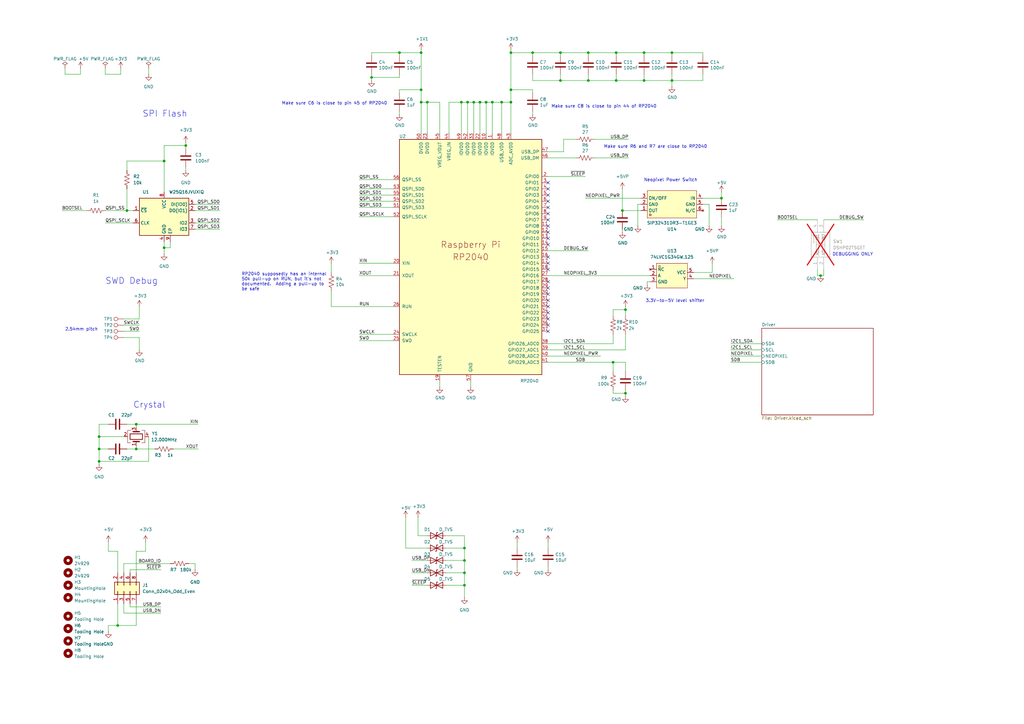
<source format=kicad_sch>
(kicad_sch (version 20231120) (generator "eeschema") (generator_version "8.0")
  (paper "A3")
  (title_block (title "Seven Segment Display Input Module") (date "2024-07-13") (company "C. Scott Ananian") (comment 1 "This work is licensed under a Creative Commons Attribution 4.0 International License") (comment 2 "https://github.com/cscott/SevenSegmentInputModule") (comment 3 "https://cscott.net"))
  (junction (at 218.44 21.59))
  (junction (at 209.55 36.83))
  (junction (at 256.54 161.29))
  (junction (at 172.72 21.59))
  (junction (at 190.5 240.03))
  (junction (at 52.07 86.36))
  (junction (at 67.31 101.6))
  (junction (at 175.26 41.91))
  (junction (at 67.31 66.04))
  (junction (at 40.64 184.15))
  (junction (at 252.73 21.59))
  (junction (at 295.91 81.28))
  (junction (at 189.23 41.91))
  (junction (at 172.72 36.83))
  (junction (at 40.64 179.07))
  (junction (at 264.16 21.59))
  (junction (at 55.88 184.15))
  (junction (at 205.74 41.91))
  (junction (at 336.55 113.03))
  (junction (at 264.16 33.02))
  (junction (at 191.77 41.91))
  (junction (at 256.54 127))
  (junction (at 275.59 33.02))
  (junction (at 196.85 41.91))
  (junction (at 255.27 86.36))
  (junction (at 40.64 189.23))
  (junction (at 229.87 33.02))
  (junction (at 190.5 229.87))
  (junction (at 190.5 234.95))
  (junction (at 209.55 41.91))
  (junction (at 241.3 33.02))
  (junction (at 252.73 33.02))
  (junction (at 55.88 173.99))
  (junction (at 199.39 41.91))
  (junction (at 275.59 21.59))
  (junction (at 190.5 224.79))
  (junction (at 172.72 41.91))
  (junction (at 201.93 41.91))
  (junction (at 163.83 21.59))
  (junction (at 209.55 21.59))
  (junction (at 48.26 256.54))
  (junction (at 229.87 21.59))
  (junction (at 194.31 41.91))
  (junction (at 152.4 31.75))
  (junction (at 241.3 21.59))
  (junction (at 251.46 148.59))
  (junction (at 76.2 59.69))
  (no_connect (at 224.79 110.49))
  (no_connect (at 224.79 135.89))
  (no_connect (at 224.79 120.65))
  (no_connect (at 224.79 90.17))
  (no_connect (at 224.79 97.79))
  (no_connect (at 224.79 82.55))
  (no_connect (at 224.79 128.27))
  (no_connect (at 224.79 100.33))
  (no_connect (at 224.79 118.11))
  (no_connect (at 224.79 107.95))
  (no_connect (at 224.79 74.93))
  (no_connect (at 224.79 133.35))
  (no_connect (at 224.79 85.09))
  (no_connect (at 224.79 123.19))
  (no_connect (at 224.79 77.47))
  (no_connect (at 224.79 115.57))
  (no_connect (at 224.79 105.41))
  (no_connect (at 224.79 130.81))
  (no_connect (at 224.79 95.25))
  (no_connect (at 224.79 92.71))
  (no_connect (at 224.79 80.01))
  (no_connect (at 224.79 125.73))
  (no_connect (at 224.79 87.63))
  (wire (pts (xy 295.91 78.74) (xy 295.91 81.28)))
  (wire (pts (xy 275.59 30.48) (xy 275.59 33.02)))
  (wire (pts (xy 55.88 256.54) (xy 48.26 256.54)))
  (wire (pts (xy 163.83 38.1) (xy 163.83 36.83)))
  (wire (pts (xy 44.45 173.99) (xy 40.64 173.99)))
  (wire (pts (xy 182.88 234.95) (xy 190.5 234.95)))
  (wire (pts (xy 80.01 231.14) (xy 80.01 233.68)))
  (wire (pts (xy 168.91 240.03) (xy 175.26 240.03)))
  (wire (pts (xy 229.87 33.02) (xy 218.44 33.02)))
  (wire (pts (xy 80.01 93.98) (xy 90.17 93.98)))
  (wire (pts (xy 80.01 86.36) (xy 90.17 86.36)))
  (wire (pts (xy 40.64 173.99) (xy 40.64 179.07)))
  (wire (pts (xy 251.46 129.54) (xy 251.46 127)))
  (wire (pts (xy 224.79 102.87) (xy 241.3 102.87)))
  (wire (pts (xy 288.29 30.48) (xy 288.29 33.02)))
  (wire (pts (xy 147.32 107.95) (xy 161.29 107.95)))
  (wire (pts (xy 33.02 30.48) (xy 26.67 30.48)))
  (wire (pts (xy 241.3 21.59) (xy 252.73 21.59)))
  (wire (pts (xy 57.15 138.43) (xy 57.15 143.51)))
  (wire (pts (xy 224.79 62.23) (xy 231.14 62.23)))
  (wire (pts (xy 33.02 27.94) (xy 33.02 30.48)))
  (wire (pts (xy 163.83 31.75) (xy 163.83 30.48)))
  (wire (pts (xy 172.72 36.83) (xy 172.72 41.91)))
  (wire (pts (xy 163.83 21.59) (xy 172.72 21.59)))
  (wire (pts (xy 295.91 81.28) (xy 288.29 81.28)))
  (wire (pts (xy 255.27 93.98) (xy 255.27 95.25)))
  (wire (pts (xy 224.79 143.51) (xy 256.54 143.51)))
  (wire (pts (xy 224.79 72.39) (xy 240.03 72.39)))
  (wire (pts (xy 60.96 27.94) (xy 60.96 30.48)))
  (wire (pts (xy 193.04 156.21) (xy 193.04 158.75)))
  (wire (pts (xy 229.87 21.59) (xy 241.3 21.59)))
  (wire (pts (xy 168.91 234.95) (xy 175.26 234.95)))
  (wire (pts (xy 53.34 233.68) (xy 66.04 233.68)))
  (wire (pts (xy 147.32 82.55) (xy 161.29 82.55)))
  (wire (pts (xy 209.55 41.91) (xy 209.55 54.61)))
  (wire (pts (xy 264.16 33.02) (xy 252.73 33.02)))
  (wire (pts (xy 80.01 91.44) (xy 90.17 91.44)))
  (wire (pts (xy 60.96 189.23) (xy 40.64 189.23)))
  (wire (pts (xy 190.5 234.95) (xy 190.5 240.03)))
  (wire (pts (xy 147.32 85.09) (xy 161.29 85.09)))
  (wire (pts (xy 256.54 161.29) (xy 256.54 160.02)))
  (wire (pts (xy 163.83 45.72) (xy 163.83 46.99)))
  (wire (pts (xy 44.45 256.54) (xy 44.45 259.08)))
  (wire (pts (xy 265.43 115.57) (xy 266.7 115.57)))
  (wire (pts (xy 57.15 135.89) (xy 50.8 135.89)))
  (wire (pts (xy 152.4 31.75) (xy 163.83 31.75)))
  (wire (pts (xy 50.8 138.43) (xy 57.15 138.43)))
  (wire (pts (xy 275.59 33.02) (xy 275.59 35.56)))
  (wire (pts (xy 43.18 86.36) (xy 52.07 86.36)))
  (wire (pts (xy 172.72 20.32) (xy 172.72 21.59)))
  (wire (pts (xy 50.8 130.81) (xy 57.15 130.81)))
  (wire (pts (xy 53.34 234.95) (xy 53.34 233.68)))
  (wire (pts (xy 190.5 240.03) (xy 190.5 245.11)))
  (wire (pts (xy 180.34 54.61) (xy 180.34 41.91)))
  (wire (pts (xy 256.54 148.59) (xy 256.54 152.4)))
  (wire (pts (xy 152.4 22.86) (xy 152.4 21.59)))
  (wire (pts (xy 218.44 30.48) (xy 218.44 33.02)))
  (wire (pts (xy 224.79 113.03) (xy 266.7 113.03)))
  (wire (pts (xy 71.12 184.15) (xy 81.28 184.15)))
  (wire (pts (xy 172.72 21.59) (xy 172.72 36.83)))
  (wire (pts (xy 76.2 59.69) (xy 67.31 59.69)))
  (wire (pts (xy 194.31 41.91) (xy 196.85 41.91)))
  (wire (pts (xy 161.29 73.66) (xy 147.32 73.66)))
  (wire (pts (xy 55.88 184.15) (xy 55.88 182.88)))
  (wire (pts (xy 318.77 90.17) (xy 335.28 90.17)))
  (wire (pts (xy 231.14 57.15) (xy 236.22 57.15)))
  (wire (pts (xy 67.31 66.04) (xy 67.31 78.74)))
  (wire (pts (xy 48.26 256.54) (xy 44.45 256.54)))
  (wire (pts (xy 190.5 229.87) (xy 190.5 234.95)))
  (wire (pts (xy 218.44 21.59) (xy 229.87 21.59)))
  (wire (pts (xy 212.09 232.41) (xy 212.09 233.68)))
  (wire (pts (xy 261.62 83.82) (xy 261.62 92.71)))
  (wire (pts (xy 182.88 229.87) (xy 190.5 229.87)))
  (wire (pts (xy 25.4 86.36) (xy 35.56 86.36)))
  (wire (pts (xy 172.72 41.91) (xy 172.72 54.61)))
  (wire (pts (xy 48.26 226.06) (xy 44.45 226.06)))
  (wire (pts (xy 252.73 30.48) (xy 252.73 33.02)))
  (wire (pts (xy 57.15 125.73) (xy 57.15 130.81)))
  (wire (pts (xy 43.18 91.44) (xy 54.61 91.44)))
  (wire (pts (xy 182.88 240.03) (xy 190.5 240.03)))
  (wire (pts (xy 209.55 21.59) (xy 218.44 21.59)))
  (wire (pts (xy 299.72 140.97) (xy 312.42 140.97)))
  (wire (pts (xy 243.84 57.15) (xy 257.81 57.15)))
  (wire (pts (xy 40.64 189.23) (xy 40.64 190.5)))
  (wire (pts (xy 299.72 143.51) (xy 312.42 143.51)))
  (wire (pts (xy 147.32 77.47) (xy 161.29 77.47)))
  (wire (pts (xy 224.79 222.25) (xy 224.79 224.79)))
  (wire (pts (xy 55.88 226.06) (xy 59.69 226.06)))
  (wire (pts (xy 337.82 110.49) (xy 337.82 113.03)))
  (wire (pts (xy 161.29 113.03) (xy 147.32 113.03)))
  (wire (pts (xy 48.26 247.65) (xy 48.26 256.54)))
  (wire (pts (xy 161.29 88.9) (xy 147.32 88.9)))
  (wire (pts (xy 205.74 41.91) (xy 209.55 41.91)))
  (wire (pts (xy 135.89 107.95) (xy 135.89 111.76)))
  (wire (pts (xy 255.27 86.36) (xy 262.89 86.36)))
  (wire (pts (xy 255.27 77.47) (xy 255.27 86.36)))
  (wire (pts (xy 171.45 212.09) (xy 171.45 219.71)))
  (wire (pts (xy 251.46 148.59) (xy 251.46 152.4)))
  (wire (pts (xy 252.73 21.59) (xy 264.16 21.59)))
  (wire (pts (xy 166.37 224.79) (xy 175.26 224.79)))
  (wire (pts (xy 147.32 80.01) (xy 161.29 80.01)))
  (wire (pts (xy 196.85 41.91) (xy 199.39 41.91)))
  (wire (pts (xy 196.85 54.61) (xy 196.85 41.91)))
  (wire (pts (xy 52.07 66.04) (xy 67.31 66.04)))
  (wire (pts (xy 209.55 21.59) (xy 209.55 36.83)))
  (wire (pts (xy 26.67 30.48) (xy 26.67 27.94)))
  (wire (pts (xy 50.8 247.65) (xy 50.8 251.46)))
  (wire (pts (xy 275.59 21.59) (xy 288.29 21.59)))
  (wire (pts (xy 243.84 64.77) (xy 257.81 64.77)))
  (wire (pts (xy 264.16 30.48) (xy 264.16 33.02)))
  (wire (pts (xy 201.93 41.91) (xy 205.74 41.91)))
  (wire (pts (xy 194.31 54.61) (xy 194.31 41.91)))
  (wire (pts (xy 251.46 148.59) (xy 256.54 148.59)))
  (wire (pts (xy 218.44 22.86) (xy 218.44 21.59)))
  (wire (pts (xy 256.54 127) (xy 256.54 129.54)))
  (wire (pts (xy 335.28 113.03) (xy 336.55 113.03)))
  (wire (pts (xy 55.88 173.99) (xy 55.88 175.26)))
  (wire (pts (xy 163.83 36.83) (xy 172.72 36.83)))
  (wire (pts (xy 299.72 146.05) (xy 312.42 146.05)))
  (wire (pts (xy 50.8 231.14) (xy 69.85 231.14)))
  (wire (pts (xy 67.31 59.69) (xy 67.31 66.04)))
  (wire (pts (xy 53.34 248.92) (xy 66.04 248.92)))
  (wire (pts (xy 205.74 54.61) (xy 205.74 41.91)))
  (wire (pts (xy 284.48 114.3) (xy 300.99 114.3)))
  (wire (pts (xy 229.87 30.48) (xy 229.87 33.02)))
  (wire (pts (xy 163.83 22.86) (xy 163.83 21.59)))
  (wire (pts (xy 275.59 22.86) (xy 275.59 21.59)))
  (wire (pts (xy 265.43 116.84) (xy 265.43 115.57)))
  (wire (pts (xy 60.96 179.07) (xy 60.96 189.23)))
  (wire (pts (xy 288.29 21.59) (xy 288.29 22.86)))
  (wire (pts (xy 184.15 41.91) (xy 189.23 41.91)))
  (wire (pts (xy 180.34 156.21) (xy 180.34 158.75)))
  (wire (pts (xy 175.26 219.71) (xy 171.45 219.71)))
  (wire (pts (xy 241.3 30.48) (xy 241.3 33.02)))
  (wire (pts (xy 199.39 54.61) (xy 199.39 41.91)))
  (wire (pts (xy 182.88 224.79) (xy 190.5 224.79)))
  (wire (pts (xy 256.54 127) (xy 256.54 125.73)))
  (wire (pts (xy 191.77 54.61) (xy 191.77 41.91)))
  (wire (pts (xy 50.8 234.95) (xy 50.8 231.14)))
  (wire (pts (xy 166.37 224.79) (xy 166.37 212.09)))
  (wire (pts (xy 224.79 64.77) (xy 236.22 64.77)))
  (wire (pts (xy 275.59 33.02) (xy 264.16 33.02)))
  (wire (pts (xy 77.47 231.14) (xy 80.01 231.14)))
  (wire (pts (xy 264.16 22.86) (xy 264.16 21.59)))
  (wire (pts (xy 264.16 21.59) (xy 275.59 21.59)))
  (wire (pts (xy 224.79 148.59) (xy 251.46 148.59)))
  (wire (pts (xy 337.82 113.03) (xy 336.55 113.03)))
  (wire (pts (xy 135.89 125.73) (xy 161.29 125.73)))
  (wire (pts (xy 251.46 160.02) (xy 251.46 161.29)))
  (wire (pts (xy 224.79 232.41) (xy 224.79 233.68)))
  (wire (pts (xy 69.85 101.6) (xy 67.31 101.6)))
  (wire (pts (xy 252.73 22.86) (xy 252.73 21.59)))
  (wire (pts (xy 67.31 104.14) (xy 67.31 101.6)))
  (wire (pts (xy 335.28 110.49) (xy 335.28 113.03)))
  (wire (pts (xy 240.03 81.28) (xy 262.89 81.28)))
  (wire (pts (xy 40.64 179.07) (xy 50.8 179.07)))
  (wire (pts (xy 209.55 36.83) (xy 209.55 41.91)))
  (wire (pts (xy 40.64 184.15) (xy 44.45 184.15)))
  (wire (pts (xy 252.73 33.02) (xy 241.3 33.02)))
  (wire (pts (xy 52.07 77.47) (xy 52.07 86.36)))
  (wire (pts (xy 152.4 31.75) (xy 152.4 33.02)))
  (wire (pts (xy 59.69 222.25) (xy 59.69 226.06)))
  (wire (pts (xy 43.18 30.48) (xy 43.18 27.94)))
  (wire (pts (xy 261.62 83.82) (xy 262.89 83.82)))
  (wire (pts (xy 76.2 68.58) (xy 76.2 69.85)))
  (wire (pts (xy 218.44 45.72) (xy 218.44 46.99)))
  (wire (pts (xy 49.53 30.48) (xy 43.18 30.48)))
  (wire (pts (xy 224.79 140.97) (xy 251.46 140.97)))
  (wire (pts (xy 190.5 224.79) (xy 190.5 229.87)))
  (wire (pts (xy 168.91 229.87) (xy 175.26 229.87)))
  (wire (pts (xy 241.3 33.02) (xy 229.87 33.02)))
  (wire (pts (xy 53.34 247.65) (xy 53.34 248.92)))
  (wire (pts (xy 201.93 41.91) (xy 201.93 54.61)))
  (wire (pts (xy 161.29 137.16) (xy 147.32 137.16)))
  (wire (pts (xy 80.01 83.82) (xy 90.17 83.82)))
  (wire (pts (xy 209.55 36.83) (xy 218.44 36.83)))
  (wire (pts (xy 190.5 219.71) (xy 190.5 224.79)))
  (wire (pts (xy 180.34 41.91) (xy 175.26 41.91)))
  (wire (pts (xy 182.88 219.71) (xy 190.5 219.71)))
  (wire (pts (xy 135.89 119.38) (xy 135.89 125.73)))
  (wire (pts (xy 55.88 173.99) (xy 81.28 173.99)))
  (wire (pts (xy 292.1 107.95) (xy 292.1 111.76)))
  (wire (pts (xy 189.23 41.91) (xy 191.77 41.91)))
  (wire (pts (xy 40.64 184.15) (xy 40.64 189.23)))
  (wire (pts (xy 251.46 137.16) (xy 251.46 140.97)))
  (wire (pts (xy 55.88 226.06) (xy 55.88 234.95)))
  (wire (pts (xy 295.91 88.9) (xy 295.91 92.71)))
  (wire (pts (xy 52.07 184.15) (xy 55.88 184.15)))
  (wire (pts (xy 284.48 111.76) (xy 292.1 111.76)))
  (wire (pts (xy 231.14 57.15) (xy 231.14 62.23)))
  (wire (pts (xy 288.29 83.82) (xy 290.83 83.82)))
  (wire (pts (xy 175.26 54.61) (xy 175.26 41.91)))
  (wire (pts (xy 256.54 161.29) (xy 256.54 162.56)))
  (wire (pts (xy 251.46 161.29) (xy 256.54 161.29)))
  (wire (pts (xy 251.46 127) (xy 256.54 127)))
  (wire (pts (xy 288.29 33.02) (xy 275.59 33.02)))
  (wire (pts (xy 212.09 222.25) (xy 212.09 224.79)))
  (wire (pts (xy 209.55 20.32) (xy 209.55 21.59)))
  (wire (pts (xy 55.88 184.15) (xy 63.5 184.15)))
  (wire (pts (xy 241.3 22.86) (xy 241.3 21.59)))
  (wire (pts (xy 175.26 41.91) (xy 172.72 41.91)))
  (wire (pts (xy 50.8 133.35) (xy 57.15 133.35)))
  (wire (pts (xy 191.77 41.91) (xy 194.31 41.91)))
  (wire (pts (xy 52.07 69.85) (xy 52.07 66.04)))
  (wire (pts (xy 224.79 146.05) (xy 246.38 146.05)))
  (wire (pts (xy 40.64 179.07) (xy 40.64 184.15)))
  (wire (pts (xy 161.29 139.7) (xy 147.32 139.7)))
  (wire (pts (xy 189.23 54.61) (xy 189.23 41.91)))
  (wire (pts (xy 290.83 83.82) (xy 290.83 92.71)))
  (wire (pts (xy 229.87 22.86) (xy 229.87 21.59)))
  (wire (pts (xy 55.88 247.65) (xy 55.88 256.54)))
  (wire (pts (xy 152.4 30.48) (xy 152.4 31.75)))
  (wire (pts (xy 49.53 27.94) (xy 49.53 30.48)))
  (wire (pts (xy 50.8 251.46) (xy 66.04 251.46)))
  (wire (pts (xy 48.26 234.95) (xy 48.26 226.06)))
  (wire (pts (xy 67.31 101.6) (xy 67.31 99.06)))
  (wire (pts (xy 52.07 86.36) (xy 54.61 86.36)))
  (wire (pts (xy 199.39 41.91) (xy 201.93 41.91)))
  (wire (pts (xy 76.2 58.42) (xy 76.2 59.69)))
  (wire (pts (xy 152.4 21.59) (xy 163.83 21.59)))
  (wire (pts (xy 52.07 173.99) (xy 55.88 173.99)))
  (wire (pts (xy 299.72 148.59) (xy 312.42 148.59)))
  (wire (pts (xy 337.82 90.17) (xy 354.33 90.17)))
  (wire (pts (xy 44.45 222.25) (xy 44.45 226.06)))
  (wire (pts (xy 76.2 59.69) (xy 76.2 60.96)))
  (wire (pts (xy 69.85 99.06) (xy 69.85 101.6)))
  (wire (pts (xy 256.54 137.16) (xy 256.54 143.51)))
  (wire (pts (xy 184.15 54.61) (xy 184.15 41.91)))
  (wire (pts (xy 218.44 38.1) (xy 218.44 36.83)))
  (text "Make sure C8 is close to pin 44 of RP2040" (at 226.06 44.45 0) (effects (font (size 1.27 1.27)) (justify left bottom)))
  (text "Crystal" (at 54.61 167.64 0) (effects (font (size 2.54 2.54)) (justify left bottom)))
  (text "2.54mm pitch" (at 26.67 135.89 0) (effects (font (size 1.27 1.27)) (justify left bottom)))
  (text "3.3V-to-5V level shifter" (at 276.86 123.444 0) (effects (font (size 1.27 1.27))))
  (text "SPI Flash" (at 58.42 48.26 0) (effects (font (size 2.54 2.54)) (justify left bottom)))
  (text "Neopixel Power Switch" (at 275.082 73.914 0) (effects (font (size 1.27 1.27))))
  (text "RP2040 supposedly has an internal \n50k pull-up on RUN, but it's not\ndocumented.  Adding a pull-up to\nbe safe" (at 99.06 119.38 0) (effects (font (size 1.27 1.27)) (justify left bottom)))
  (text "DEBUGGING ONLY" (at 349.758 104.394 0) (effects (font (size 1.27 1.27))))
  (text "SWD Debug\n" (at 43.18 116.84 0) (effects (font (size 2.54 2.54)) (justify left bottom)))
  (text "Make sure R6 and R7 are close to RP2040" (at 247.65 60.96 0) (effects (font (size 1.27 1.27)) (justify left bottom)))
  (text "Make sure C6 is close to pin 45 of RP2040" (at 115.57 43.18 0) (effects (font (size 1.27 1.27)) (justify left bottom)))
  (label "XOUT" (at 81.28 184.15 180))
  (label "I2C1_SCL" (at 240.03 143.51 180))
  (label "~{SLEEP}" (at 240.03 72.39 180))
  (label "XIN" (at 81.28 173.99 180))
  (label "USB_DP" (at 66.04 248.92 180))
  (label "USB_DN" (at 168.91 234.95 0))
  (label "~{SLEEP}" (at 66.04 233.68 180))
  (label "USB_DN" (at 66.04 251.46 180))
  (label "QSPI_SD1" (at 147.32 80.01 0))
  (label "DEBUG_SW" (at 231.14 102.87 0))
  (label "I2C1_SDA" (at 240.03 140.97 180))
  (label "NEOPIXEL_PWR" (at 240.03 81.28 0))
  (label "QSPI_SD2" (at 90.17 91.44 180))
  (label "SDB" (at 299.72 148.59 0))
  (label "XIN" (at 147.32 107.95 0))
  (label "BOOTSEL" (at 25.4 86.36 0))
  (label "DEBUG_SW" (at 344.17 90.17 0))
  (label "QSPI_SD0" (at 90.17 83.82 180))
  (label "SWD" (at 147.32 139.7 0))
  (label "I2C1_SCL" (at 299.72 143.51 0))
  (label "I2C1_SDA" (at 299.72 140.97 0))
  (label "QSPI_SCLK" (at 43.18 91.44 0))
  (label "BOARD_ID" (at 66.04 231.14 180))
  (label "QSPI_SCLK" (at 147.32 88.9 0))
  (label "USB_DP" (at 168.91 229.87 0))
  (label "~{SLEEP}" (at 168.91 240.03 0))
  (label "SWCLK" (at 57.15 133.35 180))
  (label "SWD" (at 57.15 135.89 180))
  (label "NEOPIXEL" (at 299.72 146.05 0))
  (label "NEOPIXEL_PWR" (at 231.14 146.05 0))
  (label "SWCLK" (at 147.32 137.16 0))
  (label "QSPI_SD3" (at 90.17 93.98 180))
  (label "QSPI_SS" (at 43.18 86.36 0))
  (label "USB_DN" (at 257.81 64.77 180))
  (label "SDB" (at 240.03 148.59 180))
  (label "RUN" (at 147.32 125.73 0))
  (label "NEOPIXEL_3V3" (at 231.14 113.03 0))
  (label "XOUT" (at 147.32 113.03 0))
  (label "BOOTSEL" (at 318.77 90.17 0))
  (label "NEOPIXEL" (at 290.83 114.3 0))
  (label "QSPI_SD2" (at 147.32 82.55 0))
  (label "QSPI_SD0" (at 147.32 77.47 0))
  (label "QSPI_SD1" (at 90.17 86.36 180))
  (label "QSPI_SS" (at 147.32 73.66 0))
  (label "USB_DP" (at 257.81 57.15 180))
  (label "QSPI_SD3" (at 147.32 85.09 0))
  (symbol (lib_id "power:GND") (at 218.44 46.99 0) (unit 1)
    (property "Reference" "#PWR022" (effects (hide yes)))
    (property "Value" "GND" (at 218.567 51.3842 0))
    (property "Description" "Power symbol creates a global label with name \"GND\" , ground" (effects (hide yes)))
  )
  (symbol (lib_id "Device:D_TVS") (at 179.07 224.79 0) (unit 1)
    (property "Reference" "D2" (at 175.26 222.25 0))
    (property "Value" "D_TVS" (at 182.88 222.25 0))
    (property "Footprint" "Diode_SMD:D_0402_1005Metric" (effects (hide yes)))
    (property "Description" "Bidirectional transient-voltage-suppression diode" (effects (hide yes)))
    (property "Digikey" "F9744CT-ND" (effects (hide yes)))
    (property "LCSC" "C468904" (effects (hide yes)))
  )
  (symbol (lib_id "power:GND") (at 60.96 30.48 0) (unit 1)
    (property "Reference" "#PWR0103" (effects (hide yes)))
    (property "Value" "GND" (at 60.96 35.56 0))
    (property "Description" "Power symbol creates a global label with name \"GND\" , ground" (effects (hide yes)))
  )
  (symbol (lib_id "power:GND") (at 180.34 158.75 0) (unit 1)
    (property "Reference" "#PWR018" (effects (hide yes)))
    (property "Value" "GND" (at 180.467 163.1442 0))
    (property "Description" "Power symbol creates a global label with name \"GND\" , ground" (effects (hide yes)))
  )
  (symbol (lib_id "power:GND") (at 44.45 259.08 0) (unit 1)
    (property "Reference" "#PWR035" (effects (hide yes)))
    (property "Value" "GND" (at 44.45 264.16 0))
    (property "Description" "Power symbol creates a global label with name \"GND\" , ground" (effects (hide yes)))
  )
  (symbol (lib_id "Device:D_TVS") (at 179.07 229.87 0) (unit 1)
    (property "Reference" "D3" (at 175.26 227.33 0))
    (property "Value" "D_TVS" (at 182.88 227.33 0))
    (property "Footprint" "Diode_SMD:D_0402_1005Metric" (effects (hide yes)))
    (property "Description" "Bidirectional transient-voltage-suppression diode" (effects (hide yes)))
    (property "Digikey" "F9744CT-ND" (effects (hide yes)))
    (property "LCSC" "C468904" (effects (hide yes)))
  )
  (symbol (lib_id "Mechanical:MountingHole") (at 27.94 234.95 0) (unit 1)
    (property "Reference" "H2" (at 30.48 233.68 0) (effects (justify left)))
    (property "Value" "24929" (at 30.48 236.22 0) (effects (justify left)))
    (property "Footprint" "InputModule:MountingHole_3.7mm_Pad_24929" (effects (hide yes)))
    (property "Description" "Mounting Hole without connection" (effects (hide yes)))
    (property "LCSC" "C5354888" (effects (hide yes)))
    (property "Digikey" "36-24929CT-ND" (effects (hide yes)))
    (property "MANUFACTURER" "Keystone" (effects (hide yes)))
    (property "MP" "24929" (effects (hide yes)))
  )
  (symbol (lib_id "power:GND") (at 190.5 245.11 0) (unit 1)
    (property "Reference" "#PWR019" (effects (hide yes)))
    (property "Value" "GND" (at 190.5 250.19 0))
    (property "Description" "Power symbol creates a global label with name \"GND\" , ground" (effects (hide yes)))
  )
  (symbol (lib_id "Device:R_US") (at 39.37 86.36 90) (unit 1)
    (property "Reference" "R1" (at 39.37 80.01 90))
    (property "Value" "1k" (at 39.37 82.55 90))
    (property "Footprint" "Resistor_SMD:R_0402_1005Metric" (effects (hide yes)))
    (property "Description" "Resistor, US symbol" (effects (hide yes)))
    (property "LCSC" "C11702" (effects (hide yes)))
    (property "Digikey" "311-1.00KLRCT-ND" (effects (hide yes)))
    (property "MANUFACTURER" "Yageo" (effects (hide yes)))
    (property "MP" "RC0402FR-071KL" (effects (hide yes)))
  )
  (symbol (lib_id "power:GND") (at 256.54 162.56 0) (unit 1)
    (property "Reference" "#PWR024" (effects (hide yes)))
    (property "Value" "GND" (at 252.73 163.83 0))
    (property "Description" "Power symbol creates a global label with name \"GND\" , ground" (effects (hide yes)))
  )
  (symbol (lib_id "power:+1V1") (at 172.72 20.32 0) (unit 1)
    (property "Reference" "#PWR017" (effects (hide yes)))
    (property "Value" "+1V1" (at 173.101 15.9258 0))
    (property "Description" "Power symbol creates a global label with name \"+1V1\"" (effects (hide yes)))
  )
  (symbol (lib_id "Mechanical:MountingHole") (at 27.94 257.81 0) (unit 1) (in_bom no)
    (property "Reference" "H6" (at 30.48 256.54 0) (effects (justify left)))
    (property "Value" "Tooling Hole" (at 30.48 259.08 0) (effects (justify left)))
    (property "Footprint" "LEDMatrix:JLCPCB Tooling Hole" (effects (hide yes)))
    (property "Description" "Mounting Hole without connection" (effects (hide yes)))
  )
  (symbol (lib_id "LCSC:SIP32431DR3-T1GE3") (at 275.59 83.82 0) (mirror x) (unit 1)
    (property "Reference" "U14" (at 275.59 93.98 0))
    (property "Value" "SIP32431DR3-T1GE3" (at 275.59 91.44 0))
    (property "Footprint" "LCSC:SOT-363_L2.0-W1.3-P0.65-LS2.1-BR" (effects (hide yes)))
    (property "Datasheet" "https://lcsc.com/product-detail/PMIC-Power-Distribution-Switches_VISHAY_SIP32431DR3-T1GE3_SIP32431DR3-T1GE3_C141606.html" (effects (hide yes)))
    (property "LCSC Part" "C141606" (effects (hide yes)))
  )
  (symbol (lib_id "power:GND") (at 67.31 104.14 0) (unit 1)
    (property "Reference" "#PWR02" (effects (hide yes)))
    (property "Value" "GND" (at 67.31 109.22 0))
    (property "Description" "Power symbol creates a global label with name \"GND\" , ground" (effects (hide yes)))
  )
  (symbol (lib_id "InputModule:W25Q16JVUX") (at 67.31 88.9 0) (unit 1)
    (property "Reference" "U1" (at 58.42 78.74 0) (effects (justify left)))
    (property "Value" "W25Q16JVUXIQ " (at 69.3294 78.74 0) (effects (justify left)))
    (property "Footprint" "InputModule:SON-8-1EP_3x2mm_P0.5mm_EP0.2x1.6mm" (effects (hide yes)))
    (property "Datasheet" "https://www.winbond.com/resource-files/w25q16jv%20spi%20revh%2004082019%20plus.pdf" (effects (hide yes)))
    (property "Description" "16Mb Serial Flash Memory, Standard/Dual/Quad SPI, USON-8" (effects (hide yes)))
    (property "LCSC" "C2843335" (effects (hide yes)))
    (property "Digikey" "256-W25Q16JVUXIQTRCT-ND" (effects (hide yes)))
    (property "MANUFACTURER" "Winbond" (effects (hide yes)))
    (property "MP" "W25Q16JVUXIQ" (effects (hide yes)))
    (property "JLCPCB Rotation Offset" "-90" (effects (hide yes)))
  )
  (symbol (lib_id "Device:C") (at 275.59 26.67 0) (unit 1)
    (property "Reference" "C13" (at 278.511 25.5016 0) (effects (justify left)))
    (property "Value" "100nF" (at 278.511 27.813 0) (effects (justify left)))
    (property "Footprint" "Capacitor_SMD:C_0402_1005Metric" (effects (hide yes)))
    (property "Description" "Unpolarized capacitor" (effects (hide yes)))
    (property "Digikey" "1276-1001-1-ND" (effects (hide yes)))
    (property "LCSC" "C1525" (effects (hide yes)))
  )
  (symbol (lib_id "Device:Crystal_GND24") (at 55.88 179.07 90) (unit 1)
    (property "Reference" "Y1" (at 63.5 177.8 90))
    (property "Value" "12.000MHz" (at 67.31 180.34 90))
    (property "Footprint" "Crystal:Crystal_SMD_3225-4Pin_3.2x2.5mm" (effects (hide yes)))
    (property "Description" "Four pin crystal, GND on pins 2 and 4" (effects (hide yes)))
    (property "LCSC" "C9002" (effects (hide yes)))
    (property "Digikey" "535-10261-1-ND" (effects (hide yes)))
    (property "MANUFACTURER" "Abracon" (effects (hide yes)))
    (property "MP" "ABM8G-12.000MHZ-18-D2Y-T" (effects (hide yes)))
    (property "LCSC Alt" "C5360391" (effects (hide yes)))
  )
  (symbol (lib_id "Device:C") (at 212.09 228.6 0) (unit 1)
    (property "Reference" "C16" (at 215.011 227.4316 0) (effects (justify left)))
    (property "Value" "10uF" (at 215.011 229.743 0) (effects (justify left)))
    (property "Footprint" "Capacitor_SMD:C_0603_1608Metric" (effects (hide yes)))
    (property "Description" "Unpolarized capacitor" (effects (hide yes)))
    (property "Digikey" "1276-1869-1-ND" (effects (hide yes)))
    (property "LCSC" "C96446" (effects (hide yes)))
  )
  (symbol (lib_id "power:+5V") (at 224.79 222.25 0) (unit 1)
    (property "Reference" "#PWR032" (effects (hide yes)))
    (property "Value" "+5V" (at 224.79 217.17 0))
    (property "Description" "Power symbol creates a global label with name \"+5V\"" (effects (hide yes)))
  )
  (symbol (lib_id "Device:R_US") (at 251.46 133.35 0) (unit 1)
    (property "Reference" "R8" (at 252.73 132.08 0) (effects (justify left)))
    (property "Value" "2k" (at 252.73 134.62 0) (effects (justify left)))
    (property "Footprint" "Resistor_SMD:R_0402_1005Metric" (effects (hide yes)))
    (property "Description" "Resistor, US symbol" (effects (hide yes)))
    (property "LCSC" "C4109" (effects (hide yes)))
  )
  (symbol (lib_id "power:GND") (at 265.43 116.84 0) (unit 1)
    (property "Reference" "#PWR012" (effects (hide yes)))
    (property "Value" "GND" (at 261.62 118.11 0))
    (property "Description" "Power symbol creates a global label with name \"GND\" , ground" (effects (hide yes)))
  )
  (symbol (lib_id "Device:C") (at 288.29 26.67 0) (unit 1)
    (property "Reference" "C14" (at 291.211 25.5016 0) (effects (justify left)))
    (property "Value" "100nF" (at 291.211 27.813 0) (effects (justify left)))
    (property "Footprint" "Capacitor_SMD:C_0402_1005Metric" (effects (hide yes)))
    (property "Description" "Unpolarized capacitor" (effects (hide yes)))
    (property "Digikey" "1276-1001-1-ND" (effects (hide yes)))
    (property "LCSC" "C1525" (effects (hide yes)))
  )
  (symbol (lib_id "power:+5V") (at 166.37 212.09 0) (unit 1)
    (property "Reference" "#PWR016" (effects (hide yes)))
    (property "Value" "+5V" (at 166.37 208.28 0))
    (property "Description" "Power symbol creates a global label with name \"+5V\"" (effects (hide yes)))
  )
  (symbol (lib_id "power:+3V3") (at 49.53 27.94 0) (unit 1)
    (property "Reference" "#PWR0102" (effects (hide yes)))
    (property "Value" "+3V3" (at 49.53 24.13 0))
    (property "Description" "Power symbol creates a global label with name \"+3V3\"" (effects (hide yes)))
  )
  (symbol (lib_id "Connector:TestPoint") (at 50.8 130.81 90) (unit 1) (in_bom no)
    (property "Reference" "TP1" (at 44.45 130.81 90))
    (property "Value" "TestPoint" (effects (hide yes)))
    (property "Footprint" "TestPoint:TestPoint_Pad_D1.0mm" (effects (hide yes)))
    (property "Description" "test point" (effects (hide yes)))
  )
  (symbol (lib_id "LCSC:DSHP02TSGET") (at 336.55 100.33 90) (unit 1) (dnp yes)
    (property "Reference" "SW1" (at 341.63 99.0599 90) (effects (justify right)))
    (property "Value" "DSHP02TSGET" (at 341.63 101.5999 90) (effects (justify right)))
    (property "Footprint" "LCSC:SW-SMD_4P_DSHP02TSGET" (effects (hide yes)))
    (property "Datasheet" "https://lcsc.com/product-detail/DIP-Switches_2Bit-1-27pitch_C40735.html" (effects (hide yes)))
    (property "LCSC Part" "C40735" (effects (hide yes)))
  )
  (symbol (lib_id "Device:C") (at 256.54 156.21 0) (unit 1)
    (property "Reference" "C19" (at 259.461 155.0416 0) (effects (justify left)))
    (property "Value" "100nF" (at 259.461 157.353 0) (effects (justify left)))
    (property "Footprint" "Capacitor_SMD:C_0402_1005Metric" (effects (hide yes)))
    (property "Description" "Unpolarized capacitor" (effects (hide yes)))
    (property "Digikey" "1276-1001-1-ND" (effects (hide yes)))
    (property "LCSC" "C1525" (effects (hide yes)))
  )
  (symbol (lib_id "power:GND") (at 40.64 190.5 0) (unit 1)
    (property "Reference" "#PWR08" (effects (hide yes)))
    (property "Value" "GND" (at 40.64 195.58 0))
    (property "Description" "Power symbol creates a global label with name \"GND\" , ground" (effects (hide yes)))
  )
  (symbol (lib_id "power:GND") (at 80.01 233.68 0) (unit 1)
    (property "Reference" "#PWR037" (effects (hide yes)))
    (property "Value" "GND" (at 80.01 238.76 0))
    (property "Description" "Power symbol creates a global label with name \"GND\" , ground" (effects (hide yes)))
  )
  (symbol (lib_id "Device:C") (at 152.4 26.67 0) (unit 1)
    (property "Reference" "C4" (at 155.321 25.5016 0) (effects (justify left)))
    (property "Value" "100nF" (at 155.321 27.813 0) (effects (justify left)))
    (property "Footprint" "Capacitor_SMD:C_0402_1005Metric" (effects (hide yes)))
    (property "Description" "Unpolarized capacitor" (effects (hide yes)))
    (property "Digikey" "1276-1001-1-ND" (effects (hide yes)))
    (property "LCSC" "C1525" (effects (hide yes)))
  )
  (symbol (lib_id "power:GND") (at 290.83 92.71 0) (unit 1)
    (property "Reference" "#PWR052" (effects (hide yes)))
    (property "Value" "GND" (at 287.02 93.98 0))
    (property "Description" "Power symbol creates a global label with name \"GND\" , ground" (effects (hide yes)))
  )
  (symbol (lib_id "Device:C") (at 48.26 173.99 90) (unit 1)
    (property "Reference" "C1" (at 45.72 170.18 90))
    (property "Value" "22pF" (at 52.07 170.18 90))
    (property "Footprint" "Capacitor_SMD:C_0402_1005Metric" (effects (hide yes)))
    (property "Description" "Unpolarized capacitor" (effects (hide yes)))
    (property "LCSC" "C1555" (effects (hide yes)))
    (property "MANUFACTURER" "Murata" (effects (hide yes)))
    (property "MP" " GRM1555C1H150JA01D    " (effects (hide yes)))
    (property "Digikey" "490-5888-1-ND" (effects (hide yes)))
    (property "LCSC Alt" "C1548" (effects (hide yes)))
  )
  (symbol (lib_id "Device:D_TVS") (at 179.07 240.03 0) (unit 1)
    (property "Reference" "D5" (at 175.26 237.49 0))
    (property "Value" "D_TVS" (at 182.88 237.49 0))
    (property "Footprint" "Diode_SMD:D_0402_1005Metric" (effects (hide yes)))
    (property "Description" "Bidirectional transient-voltage-suppression diode" (effects (hide yes)))
    (property "Digikey" "F9744CT-ND" (effects (hide yes)))
    (property "LCSC" "C468904" (effects (hide yes)))
  )
  (symbol (lib_id "Device:C") (at 224.79 228.6 0) (unit 1)
    (property "Reference" "C15" (at 227.711 227.4316 0) (effects (justify left)))
    (property "Value" "10uF" (at 227.711 229.743 0) (effects (justify left)))
    (property "Footprint" "Capacitor_SMD:C_0603_1608Metric" (effects (hide yes)))
    (property "Description" "Unpolarized capacitor" (effects (hide yes)))
    (property "Digikey" "1276-1869-1-ND" (effects (hide yes)))
    (property "LCSC" "C96446" (effects (hide yes)))
  )
  (symbol (lib_id "power:+3V3") (at 76.2 58.42 0) (unit 1)
    (property "Reference" "#PWR09" (effects (hide yes)))
    (property "Value" "+3V3" (at 76.2 53.34 0))
    (property "Description" "Power symbol creates a global label with name \"+3V3\"" (effects (hide yes)))
  )
  (symbol (lib_id "power:GND") (at 275.59 35.56 0) (unit 1)
    (property "Reference" "#PWR025" (effects (hide yes)))
    (property "Value" "GND" (at 275.717 39.9542 0))
    (property "Description" "Power symbol creates a global label with name \"GND\" , ground" (effects (hide yes)))
  )
  (symbol (lib_id "power:+3V3") (at 171.45 212.09 0) (unit 1)
    (property "Reference" "#PWR015" (effects (hide yes)))
    (property "Value" "+3V3" (at 171.831 207.6958 0))
    (property "Description" "Power symbol creates a global label with name \"+3V3\"" (effects (hide yes)))
  )
  (symbol (lib_id "Device:C") (at 229.87 26.67 0) (unit 1)
    (property "Reference" "C9" (at 232.791 25.5016 0) (effects (justify left)))
    (property "Value" "100nF" (at 232.791 27.813 0) (effects (justify left)))
    (property "Footprint" "Capacitor_SMD:C_0402_1005Metric" (effects (hide yes)))
    (property "Description" "Unpolarized capacitor" (effects (hide yes)))
    (property "Digikey" "1276-1001-1-ND" (effects (hide yes)))
    (property "LCSC" "C1525" (effects (hide yes)))
  )
  (symbol (lib_id "Device:C") (at 218.44 26.67 0) (unit 1)
    (property "Reference" "C7" (at 221.361 25.5016 0) (effects (justify left)))
    (property "Value" "100nF" (at 221.361 27.813 0) (effects (justify left)))
    (property "Footprint" "Capacitor_SMD:C_0402_1005Metric" (effects (hide yes)))
    (property "Description" "Unpolarized capacitor" (effects (hide yes)))
    (property "Digikey" "1276-1001-1-ND" (effects (hide yes)))
    (property "LCSC" "C1525" (effects (hide yes)))
  )
  (symbol (lib_id "power:+5VP") (at 255.27 77.47 0) (unit 1)
    (property "Reference" "#PWR053" (effects (hide yes)))
    (property "Value" "+5VP" (at 255.27 72.39 0))
    (property "Description" "Power symbol creates a global label with name \"+5VP\"" (effects (hide yes)))
  )
  (symbol (lib_id "Device:R_US") (at 67.31 184.15 90) (unit 1)
    (property "Reference" "R3" (at 64.77 186.69 90))
    (property "Value" "1k" (at 69.85 186.69 90))
    (property "Footprint" "Resistor_SMD:R_0402_1005Metric" (effects (hide yes)))
    (property "Description" "Resistor, US symbol" (effects (hide yes)))
    (property "LCSC" "C11702" (effects (hide yes)))
    (property "Digikey" "311-1.00KLRCT-ND" (effects (hide yes)))
    (property "MANUFACTURER" "Yageo" (effects (hide yes)))
    (property "MP" "RC0402FR-071KL" (effects (hide yes)))
  )
  (symbol (lib_id "power:GND") (at 76.2 69.85 0) (unit 1)
    (property "Reference" "#PWR010" (effects (hide yes)))
    (property "Value" "GND" (at 76.2 74.93 0))
    (property "Description" "Power symbol creates a global label with name \"GND\" , ground" (effects (hide yes)))
  )
  (symbol (lib_id "power:GND") (at 57.15 143.51 0) (unit 1)
    (property "Reference" "#PWR04" (effects (hide yes)))
    (property "Value" "GND" (at 57.277 147.9042 0))
    (property "Description" "Power symbol creates a global label with name \"GND\" , ground" (effects (hide yes)))
  )
  (symbol (lib_id "power:+3V3") (at 57.15 125.73 0) (unit 1)
    (property "Reference" "#PWR03" (effects (hide yes)))
    (property "Value" "+3V3" (at 57.531 121.3358 0))
    (property "Description" "Power symbol creates a global label with name \"+3V3\"" (effects (hide yes)))
  )
  (symbol (lib_id "Device:C") (at 218.44 41.91 0) (unit 1)
    (property "Reference" "C8" (at 221.361 40.7416 0) (effects (justify left)))
    (property "Value" "1uF" (at 221.361 43.053 0) (effects (justify left)))
    (property "Footprint" "Capacitor_SMD:C_0402_1005Metric" (effects (hide yes)))
    (property "Description" "Unpolarized capacitor" (effects (hide yes)))
    (property "Digikey" "1276-1445-1-ND" (effects (hide yes)))
    (property "LCSC" "C52923" (effects (hide yes)))
  )
  (symbol (lib_id "Device:C") (at 241.3 26.67 0) (unit 1)
    (property "Reference" "C10" (at 244.221 25.5016 0) (effects (justify left)))
    (property "Value" "100nF" (at 244.221 27.813 0) (effects (justify left)))
    (property "Footprint" "Capacitor_SMD:C_0402_1005Metric" (effects (hide yes)))
    (property "Description" "Unpolarized capacitor" (effects (hide yes)))
    (property "Digikey" "1276-1001-1-ND" (effects (hide yes)))
    (property "LCSC" "C1525" (effects (hide yes)))
  )
  (symbol (lib_id "power:PWR_FLAG") (at 26.67 27.94 0) (unit 1)
    (property "Reference" "#FLG0101" (effects (hide yes)))
    (property "Value" "PWR_FLAG" (at 26.67 24.13 0))
    (property "Description" "Special symbol for telling ERC where power comes from" (effects (hide yes)))
  )
  (symbol (lib_id "Mechanical:MountingHole") (at 27.94 245.11 0) (unit 1) (in_bom no)
    (property "Reference" "H4" (at 30.48 243.84 0) (effects (justify left)))
    (property "Value" "MountingHole" (at 30.48 246.38 0) (effects (justify left)))
    (property "Footprint" "MountingHole:MountingHole_2.1mm" (effects (hide yes)))
    (property "Description" "Mounting Hole without connection" (effects (hide yes)))
  )
  (symbol (lib_id "LEDMatrix:RP2040") (at 193.04 105.41 0) (unit 1)
    (property "Reference" "U2" (at 165.1 55.88 0))
    (property "Value" "RP2040" (at 217.17 156.21 0))
    (property "Footprint" "Package_DFN_QFN:QFN-56-1EP_7x7mm_P0.4mm_EP3.2x3.2mm" (effects (hide yes)))
    (property "Digikey" "2648-SC0914(13)CT-ND" (effects (hide yes)))
    (property "LCSC" "C2040" (effects (hide yes)))
    (property "JLCPCB Rotation Offset" "-90" (effects (hide yes)))
  )
  (symbol (lib_id "Connector:TestPoint") (at 50.8 133.35 90) (unit 1) (in_bom no)
    (property "Reference" "TP2" (at 44.45 133.35 90))
    (property "Value" "TestPoint" (effects (hide yes)))
    (property "Footprint" "TestPoint:TestPoint_Pad_D1.0mm" (effects (hide yes)))
    (property "Description" "test point" (effects (hide yes)))
  )
  (symbol (lib_id "power:+3V3") (at 209.55 20.32 0) (unit 1)
    (property "Reference" "#PWR021" (effects (hide yes)))
    (property "Value" "+3V3" (at 209.931 15.9258 0))
    (property "Description" "Power symbol creates a global label with name \"+3V3\"" (effects (hide yes)))
  )
  (symbol (lib_id "power:+5V") (at 295.91 78.74 0) (unit 1)
    (property "Reference" "#PWR07" (effects (hide yes)))
    (property "Value" "+5V" (at 295.91 74.93 0))
    (property "Description" "Power symbol creates a global label with name \"+5V\"" (effects (hide yes)))
  )
  (symbol (lib_id "Mechanical:MountingHole") (at 27.94 229.87 0) (unit 1)
    (property "Reference" "H1" (at 30.48 228.6 0) (effects (justify left)))
    (property "Value" "24929" (at 30.48 231.14 0) (effects (justify left)))
    (property "Footprint" "InputModule:MountingHole_3.7mm_Pad_24929" (effects (hide yes)))
    (property "Description" "Mounting Hole without connection" (effects (hide yes)))
    (property "LCSC" "C5354888" (effects (hide yes)))
    (property "Digikey" "36-24929CT-ND" (effects (hide yes)))
    (property "MANUFACTURER" "Keystone" (effects (hide yes)))
    (property "MP" "24929" (effects (hide yes)))
  )
  (symbol (lib_id "Device:C") (at 163.83 41.91 0) (unit 1)
    (property "Reference" "C6" (at 166.751 40.7416 0) (effects (justify left)))
    (property "Value" "1uF" (at 166.751 43.053 0) (effects (justify left)))
    (property "Footprint" "Capacitor_SMD:C_0402_1005Metric" (effects (hide yes)))
    (property "Description" "Unpolarized capacitor" (effects (hide yes)))
    (property "Digikey" "1276-1445-1-ND" (effects (hide yes)))
    (property "LCSC" "C52923" (effects (hide yes)))
  )
  (symbol (lib_id "Device:C") (at 295.91 85.09 0) (unit 1)
    (property "Reference" "C23" (at 298.831 83.9216 0) (effects (justify left)))
    (property "Value" "1uF" (at 298.831 86.233 0) (effects (justify left)))
    (property "Footprint" "Capacitor_SMD:C_0402_1005Metric" (effects (hide yes)))
    (property "Description" "Unpolarized capacitor" (effects (hide yes)))
    (property "Digikey" "1276-1445-1-ND" (effects (hide yes)))
    (property "LCSC" "C52923" (effects (hide yes)))
  )
  (symbol (lib_id "power:PWR_FLAG") (at 43.18 27.94 0) (unit 1)
    (property "Reference" "#FLG0102" (effects (hide yes)))
    (property "Value" "PWR_FLAG" (at 41.91 24.13 0))
    (property "Description" "Special symbol for telling ERC where power comes from" (effects (hide yes)))
  )
  (symbol (lib_id "power:+3V3") (at 256.54 125.73 0) (unit 1)
    (property "Reference" "#PWR023" (effects (hide yes)))
    (property "Value" "+3V3" (at 256.921 121.3358 0))
    (property "Description" "Power symbol creates a global label with name \"+3V3\"" (effects (hide yes)))
  )
  (symbol (lib_id "power:+5VP") (at 292.1 107.95 0) (unit 1)
    (property "Reference" "#PWR054" (effects (hide yes)))
    (property "Value" "+5VP" (at 292.1 102.87 0))
    (property "Description" "Power symbol creates a global label with name \"+5VP\"" (effects (hide yes)))
  )
  (symbol (lib_id "Device:C") (at 48.26 184.15 90) (unit 1)
    (property "Reference" "C2" (at 45.72 187.96 90))
    (property "Value" "22pF" (at 52.07 187.96 90))
    (property "Footprint" "Capacitor_SMD:C_0402_1005Metric" (effects (hide yes)))
    (property "Description" "Unpolarized capacitor" (effects (hide yes)))
    (property "LCSC" "C1555" (effects (hide yes)))
    (property "MANUFACTURER" "Murata" (effects (hide yes)))
    (property "MP" " GRM1555C1H150JA01D    " (effects (hide yes)))
    (property "Digikey" "490-5888-1-ND" (effects (hide yes)))
    (property "LCSC Alt" "C1548" (effects (hide yes)))
  )
  (symbol (lib_id "power:GND") (at 152.4 33.02 0) (unit 1)
    (property "Reference" "#PWR013" (effects (hide yes)))
    (property "Value" "GND" (at 152.527 37.4142 0))
    (property "Description" "Power symbol creates a global label with name \"GND\" , ground" (effects (hide yes)))
  )
  (symbol (lib_id "Mechanical:MountingHole") (at 27.94 267.97 0) (unit 1) (in_bom no)
    (property "Reference" "H8" (at 30.48 266.7 0) (effects (justify left)))
    (property "Value" "Tooling Hole" (at 30.48 269.24 0) (effects (justify left)))
    (property "Footprint" "LEDMatrix:JLCPCB Tooling Hole" (effects (hide yes)))
    (property "Description" "Mounting Hole without connection" (effects (hide yes)))
  )
  (symbol (lib_id "Device:C") (at 163.83 26.67 0) (unit 1)
    (property "Reference" "C5" (at 166.751 25.5016 0) (effects (justify left)))
    (property "Value" "100nF" (at 166.751 27.813 0) (effects (justify left)))
    (property "Footprint" "Capacitor_SMD:C_0402_1005Metric" (effects (hide yes)))
    (property "Description" "Unpolarized capacitor" (effects (hide yes)))
    (property "Digikey" "1276-1001-1-ND" (effects (hide yes)))
    (property "LCSC" "C1525" (effects (hide yes)))
  )
  (symbol (lib_id "Device:D_TVS") (at 179.07 234.95 0) (unit 1)
    (property "Reference" "D4" (at 175.26 232.41 0))
    (property "Value" "D_TVS" (at 182.88 232.41 0))
    (property "Footprint" "Diode_SMD:D_0402_1005Metric" (effects (hide yes)))
    (property "Description" "Bidirectional transient-voltage-suppression diode" (effects (hide yes)))
    (property "Digikey" "F9744CT-ND" (effects (hide yes)))
    (property "LCSC" "C468904" (effects (hide yes)))
  )
  (symbol (lib_id "power:+5V") (at 33.02 27.94 0) (unit 1)
    (property "Reference" "#PWR0101" (effects (hide yes)))
    (property "Value" "+5V" (at 34.29 24.13 0))
    (property "Description" "Power symbol creates a global label with name \"+5V\"" (effects (hide yes)))
  )
  (symbol (lib_id "Device:R_US") (at 73.66 231.14 90) (unit 1)
    (property "Reference" "R7" (at 71.12 233.68 90))
    (property "Value" "180k" (at 76.2 233.68 90))
    (property "Footprint" "Resistor_SMD:R_0402_1005Metric" (effects (hide yes)))
    (property "Description" "Resistor, US symbol" (effects (hide yes)))
    (property "LCSC" "C25760" (effects (hide yes)))
  )
  (symbol (lib_id "Connector:TestPoint") (at 50.8 138.43 90) (unit 1) (in_bom no)
    (property "Reference" "TP4" (at 44.45 138.43 90))
    (property "Value" "TestPoint" (effects (hide yes)))
    (property "Footprint" "TestPoint:TestPoint_Pad_D1.0mm" (effects (hide yes)))
    (property "Description" "test point" (effects (hide yes)))
  )
  (symbol (lib_id "power:+3V3") (at 212.09 222.25 0) (unit 1)
    (property "Reference" "#PWR026" (effects (hide yes)))
    (property "Value" "+3V3" (at 212.471 217.8558 0))
    (property "Description" "Power symbol creates a global label with name \"+3V3\"" (effects (hide yes)))
  )
  (symbol (lib_id "power:GND") (at 224.79 233.68 0) (unit 1)
    (property "Reference" "#PWR033" (effects (hide yes)))
    (property "Value" "GND" (at 220.98 234.95 0))
    (property "Description" "Power symbol creates a global label with name \"GND\" , ground" (effects (hide yes)))
  )
  (symbol (lib_id "Device:C") (at 252.73 26.67 0) (unit 1)
    (property "Reference" "C11" (at 255.651 25.5016 0) (effects (justify left)))
    (property "Value" "100nF" (at 255.651 27.813 0) (effects (justify left)))
    (property "Footprint" "Capacitor_SMD:C_0402_1005Metric" (effects (hide yes)))
    (property "Description" "Unpolarized capacitor" (effects (hide yes)))
    (property "Digikey" "1276-1001-1-ND" (effects (hide yes)))
    (property "LCSC" "C1525" (effects (hide yes)))
  )
  (symbol (lib_id "power:+3V3") (at 59.69 222.25 0) (unit 1)
    (property "Reference" "#PWR036" (effects (hide yes)))
    (property "Value" "+3V3" (at 59.69 217.17 0))
    (property "Description" "Power symbol creates a global label with name \"+3V3\"" (effects (hide yes)))
  )
  (symbol (lib_id "power:+3V3") (at 135.89 107.95 0) (unit 1)
    (property "Reference" "#PWR011" (effects (hide yes)))
    (property "Value" "+3V3" (at 136.271 103.5558 0))
    (property "Description" "Power symbol creates a global label with name \"+3V3\"" (effects (hide yes)))
  )
  (symbol (lib_id "Device:R_US") (at 240.03 57.15 270) (unit 1)
    (property "Reference" "R5" (at 240.03 51.8922 90))
    (property "Value" "27" (at 240.03 54.2036 90))
    (property "Footprint" "Resistor_SMD:R_0402_1005Metric" (effects (hide yes)))
    (property "Description" "Resistor, US symbol" (effects (hide yes)))
    (property "Digikey" "P27.0LCT-ND" (effects (hide yes)))
    (property "LCSC" "C138021" (effects (hide yes)))
  )
  (symbol (lib_id "Device:C") (at 264.16 26.67 0) (unit 1)
    (property "Reference" "C12" (at 267.081 25.5016 0) (effects (justify left)))
    (property "Value" "100nF" (at 267.081 27.813 0) (effects (justify left)))
    (property "Footprint" "Capacitor_SMD:C_0402_1005Metric" (effects (hide yes)))
    (property "Description" "Unpolarized capacitor" (effects (hide yes)))
    (property "Digikey" "1276-1001-1-ND" (effects (hide yes)))
    (property "LCSC" "C1525" (effects (hide yes)))
  )
  (symbol (lib_id "power:GND") (at 193.04 158.75 0) (unit 1)
    (property "Reference" "#PWR020" (effects (hide yes)))
    (property "Value" "GND" (at 193.167 163.1442 0))
    (property "Description" "Power symbol creates a global label with name \"GND\" , ground" (effects (hide yes)))
  )
  (symbol (lib_id "power:GND") (at 295.91 92.71 0) (unit 1)
    (property "Reference" "#PWR056" (effects (hide yes)))
    (property "Value" "GND" (at 296.037 97.1042 0))
    (property "Description" "Power symbol creates a global label with name \"GND\" , ground" (effects (hide yes)))
  )
  (symbol (lib_id "Mechanical:MountingHole") (at 27.94 252.73 0) (unit 1) (in_bom no)
    (property "Reference" "H5" (at 30.48 251.46 0) (effects (justify left)))
    (property "Value" "Tooling Hole" (at 30.48 254 0) (effects (justify left)))
    (property "Footprint" "LEDMatrix:JLCPCB Tooling Hole" (effects (hide yes)))
    (property "Description" "Mounting Hole without connection" (effects (hide yes)))
  )
  (symbol (lib_id "Device:D_TVS") (at 179.07 219.71 0) (unit 1)
    (property "Reference" "D1" (at 175.26 217.17 0))
    (property "Value" "D_TVS" (at 182.88 217.17 0))
    (property "Footprint" "Diode_SMD:D_0402_1005Metric" (effects (hide yes)))
    (property "Description" "Bidirectional transient-voltage-suppression diode" (effects (hide yes)))
    (property "Digikey" "F9744CT-ND" (effects (hide yes)))
    (property "LCSC" "C468904" (effects (hide yes)))
  )
  (symbol (lib_id "Mechanical:MountingHole") (at 27.94 262.89 0) (unit 1) (in_bom no)
    (property "Reference" "H7" (at 30.48 261.62 0) (effects (justify left)))
    (property "Value" "Tooling Hole" (at 30.48 264.16 0) (effects (justify left)))
    (property "Footprint" "LEDMatrix:JLCPCB Tooling Hole" (effects (hide yes)))
    (property "Description" "Mounting Hole without connection" (effects (hide yes)))
  )
  (symbol (lib_id "Device:C") (at 255.27 90.17 0) (mirror y) (unit 1)
    (property "Reference" "C24" (at 252.349 89.0016 0) (effects (justify left)))
    (property "Value" "100nF" (at 252.349 91.313 0) (effects (justify left)))
    (property "Footprint" "Capacitor_SMD:C_0402_1005Metric" (effects (hide yes)))
    (property "Description" "Unpolarized capacitor" (effects (hide yes)))
    (property "Digikey" "1276-1001-1-ND" (effects (hide yes)))
    (property "LCSC" "C1525" (effects (hide yes)))
  )
  (symbol (lib_id "power:GND") (at 163.83 46.99 0) (unit 1)
    (property "Reference" "#PWR014" (effects (hide yes)))
    (property "Value" "GND" (at 163.957 51.3842 0))
    (property "Description" "Power symbol creates a global label with name \"GND\" , ground" (effects (hide yes)))
  )
  (symbol (lib_id "Device:R_US") (at 240.03 64.77 270) (unit 1)
    (property "Reference" "R6" (at 240.03 59.5122 90))
    (property "Value" "27" (at 240.03 61.8236 90))
    (property "Footprint" "Resistor_SMD:R_0402_1005Metric" (effects (hide yes)))
    (property "Description" "Resistor, US symbol" (effects (hide yes)))
    (property "Digikey" "P27.0LCT-ND" (effects (hide yes)))
    (property "LCSC" "C138021" (effects (hide yes)))
  )
  (symbol (lib_id "power:GND") (at 336.55 113.03 0) (unit 1)
    (property "Reference" "#PWR051" (effects (hide yes)))
    (property "Value" "GND" (at 332.74 114.3 0))
    (property "Description" "Power symbol creates a global label with name \"GND\" , ground" (effects (hide yes)))
  )
  (symbol (lib_id "Connector_Generic:Conn_02x04_Odd_Even") (at 50.8 242.57 90) (unit 1) (in_bom no)
    (property "Reference" "J1" (at 58.42 240.0299 90) (effects (justify right)))
    (property "Value" "Conn_02x04_Odd_Even" (at 58.42 242.5699 90) (effects (justify right)))
    (property "Footprint" "InputModule:PogoPads_2x4_P2.0mm" (effects (hide yes)))
    (property "Description" "Generic connector, double row, 02x04, odd/even pin numbering scheme (row 1 odd numbers, row 2 even numbers), script generated (kicad-library-utils/schlib/autogen/connector/)" (effects (hide yes)))
  )
  (symbol (lib_id "Device:R_US") (at 251.46 156.21 0) (unit 1)
    (property "Reference" "R9" (at 246.38 154.94 0) (effects (justify left)))
    (property "Value" "100k" (at 245.11 157.48 0) (effects (justify left)))
    (property "Footprint" "Resistor_SMD:R_0402_1005Metric" (effects (hide yes)))
    (property "Description" "Resistor, US symbol" (effects (hide yes)))
    (property "LCSC" "C25741" (effects (hide yes)))
  )
  (symbol (lib_id "power:PWR_FLAG") (at 60.96 27.94 0) (unit 1)
    (property "Reference" "#FLG0103" (effects (hide yes)))
    (property "Value" "PWR_FLAG" (at 60.96 24.13 0))
    (property "Description" "Special symbol for telling ERC where power comes from" (effects (hide yes)))
  )
  (symbol (lib_id "power:+5V") (at 44.45 222.25 0) (unit 1)
    (property "Reference" "#PWR034" (effects (hide yes)))
    (property "Value" "+5V" (at 44.45 217.17 0))
    (property "Description" "Power symbol creates a global label with name \"+5V\"" (effects (hide yes)))
  )
  (symbol (lib_id "Connector:TestPoint") (at 50.8 135.89 90) (unit 1) (in_bom no)
    (property "Reference" "TP3" (at 44.45 135.89 90))
    (property "Value" "TestPoint" (effects (hide yes)))
    (property "Footprint" "TestPoint:TestPoint_Pad_D1.0mm" (effects (hide yes)))
    (property "Description" "test point" (effects (hide yes)))
  )
  (symbol (lib_id "power:GND") (at 212.09 233.68 0) (unit 1)
    (property "Reference" "#PWR027" (effects (hide yes)))
    (property "Value" "GND" (at 208.28 234.95 0))
    (property "Description" "Power symbol creates a global label with name \"GND\" , ground" (effects (hide yes)))
  )
  (symbol (lib_id "Device:R_US") (at 256.54 133.35 0) (unit 1)
    (property "Reference" "R10" (at 257.81 132.08 0) (effects (justify left)))
    (property "Value" "2k" (at 257.81 134.62 0) (effects (justify left)))
    (property "Footprint" "Resistor_SMD:R_0402_1005Metric" (effects (hide yes)))
    (property "Description" "Resistor, US symbol" (effects (hide yes)))
    (property "LCSC" "C4109" (effects (hide yes)))
  )
  (symbol (lib_id "Device:R_US") (at 52.07 73.66 0) (unit 1)
    (property "Reference" "R2" (at 54.61 72.3899 0) (effects (justify left)))
    (property "Value" "10k" (at 54.61 74.9299 0) (effects (justify left)))
    (property "Footprint" "Resistor_SMD:R_0402_1005Metric" (effects (hide yes)))
    (property "LCSC" "C25744" (effects (hide yes)))
  )
  (symbol (lib_id "LCSC:74LVC1G34GW,125") (at 275.59 113.03 0) (unit 1)
    (property "Reference" "U13" (at 275.59 102.87 0))
    (property "Value" "74LVC1G34GW,125" (at 275.59 105.41 0))
    (property "Footprint" "LCSC:SOT-353_L2.1-W1.3-P0.65-LS2.3-BR" (effects (hide yes)))
    (property "Datasheet" "https://lcsc.com/product-detail/Logic-Buffers-Drivers-Receivers-Transceivers_Nexperia-74LVC1G34GW-125_C455045.html" (effects (hide yes)))
    (property "LCSC Part" "C455045" (effects (hide yes)))
  )
  (symbol (lib_id "Device:C") (at 76.2 64.77 0) (unit 1)
    (property "Reference" "C3" (at 80.01 63.4999 0) (effects (justify left)))
    (property "Value" "100nF" (at 80.01 66.0399 0) (effects (justify left)))
    (property "Footprint" "Capacitor_SMD:C_0402_1005Metric" (effects (hide yes)))
    (property "Description" "Unpolarized capacitor" (effects (hide yes)))
    (property "LCSC" "C1525" (effects (hide yes)))
    (property "MANUFACTURER" "Samsung" (effects (hide yes)))
    (property "MP" " CL05B104KO5NNNC" (effects (hide yes)))
    (property "Digikey" "1276-1001-1-ND" (effects (hide yes)))
  )
  (symbol (lib_id "power:GND") (at 261.62 92.71 0) (unit 1)
    (property "Reference" "#PWR055" (effects (hide yes)))
    (property "Value" "GND" (at 257.81 93.98 0))
    (property "Description" "Power symbol creates a global label with name \"GND\" , ground" (effects (hide yes)))
  )
  (symbol (lib_id "Mechanical:MountingHole") (at 27.94 240.03 0) (unit 1) (in_bom no)
    (property "Reference" "H3" (at 30.48 238.76 0) (effects (justify left)))
    (property "Value" "MountingHole" (at 30.48 241.3 0) (effects (justify left)))
    (property "Footprint" "MountingHole:MountingHole_2.1mm" (effects (hide yes)))
    (property "Description" "Mounting Hole without connection" (effects (hide yes)))
  )
  (symbol (lib_id "Device:R_US") (at 135.89 115.57 0) (unit 1)
    (property "Reference" "R4" (at 137.668 114.4016 0) (effects (justify left)))
    (property "Value" "10k" (at 137.668 116.713 0) (effects (justify left)))
    (property "Footprint" "Resistor_SMD:R_0402_1005Metric" (effects (hide yes)))
    (property "Description" "Resistor, US symbol" (effects (hide yes)))
    (property "LCSC" "C25744" (effects (hide yes)))
  )
  (symbol (lib_id "power:GND") (at 255.27 95.25 0) (unit 1)
    (property "Reference" "#PWR057" (effects (hide yes)))
    (property "Value" "GND" (at 255.397 99.6442 0))
    (property "Description" "Power symbol creates a global label with name \"GND\" , ground" (effects (hide yes)))
  )
  (sheet (at 312.42 134.62) (size 45.72 35.56) (stroke (width 0.1524))
    (property "Sheetname" "Driver" (at 312.42 133.9084 0) (effects (justify left bottom)))
    (property "Sheetfile" "Driver.kicad_sch" (at 312.42 170.7646 0) (effects (justify left top)))
    (pin "SDA" bidirectional (at 312.42 140.97 180))
    (pin "SCL" input (at 312.42 143.51 180))
    (pin "SDB" input (at 312.42 148.59 180))
    (pin "NEOPIXEL" input (at 312.42 146.05 180))
  )
)
</source>
